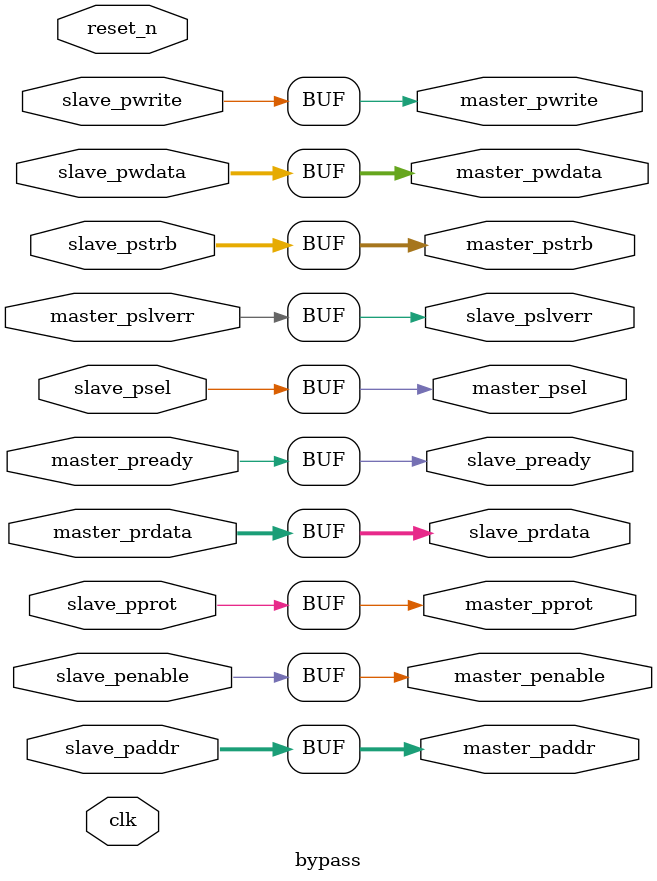
<source format=sv>


module bypass #
(
    parameter ADDR_WIDTH = 11 ,
    parameter DATA_WIDTH = 32
)
(
     input                      clk
   , input                      reset_n

   , output  [ADDR_WIDTH  -1:0] master_paddr   
   , output                     master_pprot   
   , output                     master_psel    
   , output                     master_penable 
   , output                     master_pwrite  
   , output  [DATA_WIDTH  -1:0] master_pwdata  
   , output  [DATA_WIDTH/8-1:0] master_pstrb   
   , input                      master_pready  
   , input   [DATA_WIDTH  -1:0] master_prdata  
   , input                      master_pslverr 

   , input   [ADDR_WIDTH  -1:0] slave_paddr   
   , input                      slave_pprot   
   , input                      slave_psel    
   , input                      slave_penable 
   , input                      slave_pwrite  
   , input   [DATA_WIDTH  -1:0] slave_pwdata  
   , input   [DATA_WIDTH/8-1:0] slave_pstrb   
   , output                     slave_pready  
   , output  [DATA_WIDTH  -1:0] slave_prdata  
   , output                     slave_pslverr 
   
);

   
   assign master_paddr    = slave_paddr    ;    
   assign master_pprot    = slave_pprot    ;
   assign master_psel     = slave_psel     ;
   assign master_penable  = slave_penable  ;
   assign master_pwrite   = slave_pwrite   ;
   assign master_pwdata   = slave_pwdata   ;
   assign master_pstrb    = slave_pstrb    ;

   assign slave_pready    = master_pready  ;  
   assign slave_prdata    = master_prdata  ;  
   assign slave_pslverr   = master_pslverr ;  

endmodule

</source>
